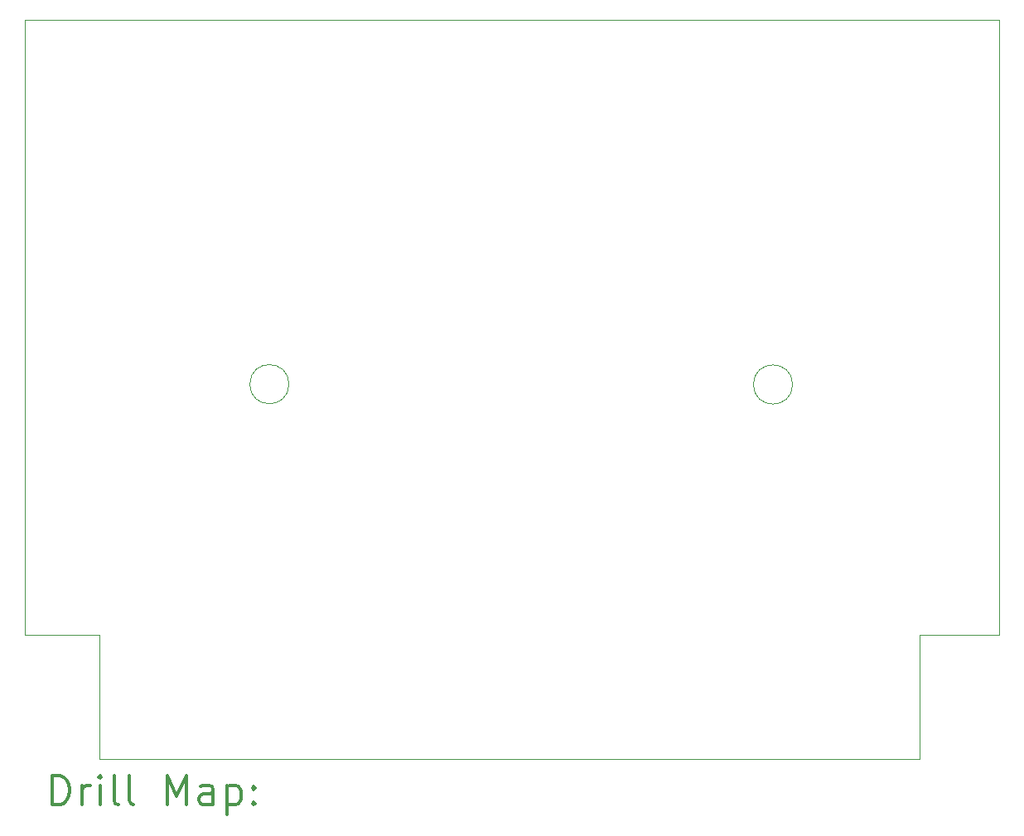
<source format=gbr>
%FSLAX45Y45*%
G04 Gerber Fmt 4.5, Leading zero omitted, Abs format (unit mm)*
G04 Created by KiCad (PCBNEW (5.1.12-1-10_14)) date 2023-11-15 20:52:04*
%MOMM*%
%LPD*%
G01*
G04 APERTURE LIST*
%TA.AperFunction,Profile*%
%ADD10C,0.038100*%
%TD*%
%TA.AperFunction,Profile*%
%ADD11C,0.100000*%
%TD*%
%ADD12C,0.200000*%
%ADD13C,0.300000*%
G04 APERTURE END LIST*
D10*
X10893400Y-9629800D02*
G75*
G03*
X10893400Y-9629800I-200000J0D01*
G01*
X5746700Y-9626600D02*
G75*
G03*
X5746700Y-9626600I-200000J0D01*
G01*
X3048000Y-12192000D02*
X3810000Y-12192000D01*
X12192000Y-12192000D02*
X13004800Y-12192000D01*
X12192000Y-13462000D02*
X12192000Y-12192000D01*
X3810000Y-13462000D02*
X12192000Y-13462000D01*
X3810000Y-12192000D02*
X3810000Y-13462000D01*
D11*
X3048000Y-5900000D02*
X13004800Y-5900000D01*
X13004800Y-5900000D02*
X13004800Y-12192000D01*
X3048000Y-12192000D02*
X3048000Y-5900000D01*
D12*
D13*
X3329428Y-13929619D02*
X3329428Y-13629619D01*
X3400857Y-13629619D01*
X3443714Y-13643905D01*
X3472286Y-13672476D01*
X3486571Y-13701048D01*
X3500857Y-13758191D01*
X3500857Y-13801048D01*
X3486571Y-13858191D01*
X3472286Y-13886762D01*
X3443714Y-13915334D01*
X3400857Y-13929619D01*
X3329428Y-13929619D01*
X3629428Y-13929619D02*
X3629428Y-13729619D01*
X3629428Y-13786762D02*
X3643714Y-13758191D01*
X3658000Y-13743905D01*
X3686571Y-13729619D01*
X3715143Y-13729619D01*
X3815143Y-13929619D02*
X3815143Y-13729619D01*
X3815143Y-13629619D02*
X3800857Y-13643905D01*
X3815143Y-13658191D01*
X3829428Y-13643905D01*
X3815143Y-13629619D01*
X3815143Y-13658191D01*
X4000857Y-13929619D02*
X3972286Y-13915334D01*
X3958000Y-13886762D01*
X3958000Y-13629619D01*
X4158000Y-13929619D02*
X4129428Y-13915334D01*
X4115143Y-13886762D01*
X4115143Y-13629619D01*
X4500857Y-13929619D02*
X4500857Y-13629619D01*
X4600857Y-13843905D01*
X4700857Y-13629619D01*
X4700857Y-13929619D01*
X4972286Y-13929619D02*
X4972286Y-13772476D01*
X4958000Y-13743905D01*
X4929428Y-13729619D01*
X4872286Y-13729619D01*
X4843714Y-13743905D01*
X4972286Y-13915334D02*
X4943714Y-13929619D01*
X4872286Y-13929619D01*
X4843714Y-13915334D01*
X4829428Y-13886762D01*
X4829428Y-13858191D01*
X4843714Y-13829619D01*
X4872286Y-13815334D01*
X4943714Y-13815334D01*
X4972286Y-13801048D01*
X5115143Y-13729619D02*
X5115143Y-14029619D01*
X5115143Y-13743905D02*
X5143714Y-13729619D01*
X5200857Y-13729619D01*
X5229428Y-13743905D01*
X5243714Y-13758191D01*
X5258000Y-13786762D01*
X5258000Y-13872476D01*
X5243714Y-13901048D01*
X5229428Y-13915334D01*
X5200857Y-13929619D01*
X5143714Y-13929619D01*
X5115143Y-13915334D01*
X5386571Y-13901048D02*
X5400857Y-13915334D01*
X5386571Y-13929619D01*
X5372286Y-13915334D01*
X5386571Y-13901048D01*
X5386571Y-13929619D01*
X5386571Y-13743905D02*
X5400857Y-13758191D01*
X5386571Y-13772476D01*
X5372286Y-13758191D01*
X5386571Y-13743905D01*
X5386571Y-13772476D01*
M02*

</source>
